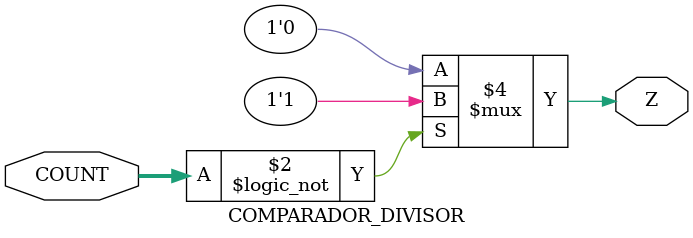
<source format=v>
module COMPARADOR_DIVISOR(
    input  [4:0] COUNT, 
    output reg Z     // bandera de fin (1 cuando COUNT == 0)
);

 always @(*) begin
        if (COUNT == 5'd0)
            Z = 1'b1;    // cuando el contador llega a 0
        else
            Z = 1'b0;    // mientras tanto
    end
endmodule

</source>
